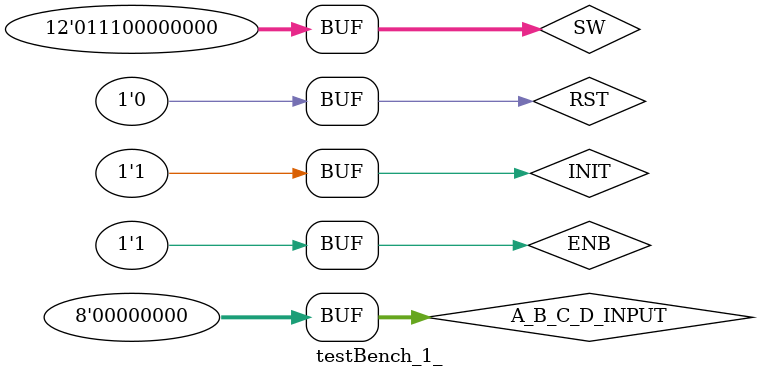
<source format=v>
`timescale 1ps/1ps
module testBench_1_();


reg ENB;
reg [7:0] A_B_C_D_INPUT;
reg INIT;
reg RST;
reg [11:0] SW;
wire CLKOSILLATOR;
wire OUTPUTJKFLIPFLOP;
wire CO;
wire [7:0] OUTPUTWAVE;
wire MUXSELESCT;
wire 	SW_10_;
wire	SW_9_ ;
wire	SW_8_ ;
wire [9:0] MEMORYCOUNTER;
wire [2:0] WAVESELECT;
wire [7:0] ROMOUTPUT;
wire [7:0] WAVEFORMEGENERATOROUTPUT;

ringOsillotor #(28000 , 5)I1( ENB , CLKOSILLATOR);


waveForm_Generator I2(
	OUTPUTJKFLIPFLOP,
	A_B_C_D_INPUT,
	CLKOSILLATOR,
	INIT,
	CO,
	MUXSELESCT,
	SW,
	SW_10_,
	SW_9_,
	SW_8_,
	MEMORYCOUNTER,
	RST,
	OUTPUTWAVE,
	ROMOUTPUT,
        WAVEFORMEGENERATOROUTPUT,
	WAVESELECT);


initial begin
  A_B_C_D_INPUT = 8'b00000000;
  ENB=1; 
  RST=0;
  INIT = 1'b0;                                                                                                                                                 		                 	                 
  #5000 
  INIT = 1'b1;         
  #5000
  RST=1;
  #5000
  RST=0;
  #9999999
  SW = 12'b011100000000;
end
endmodule
</source>
